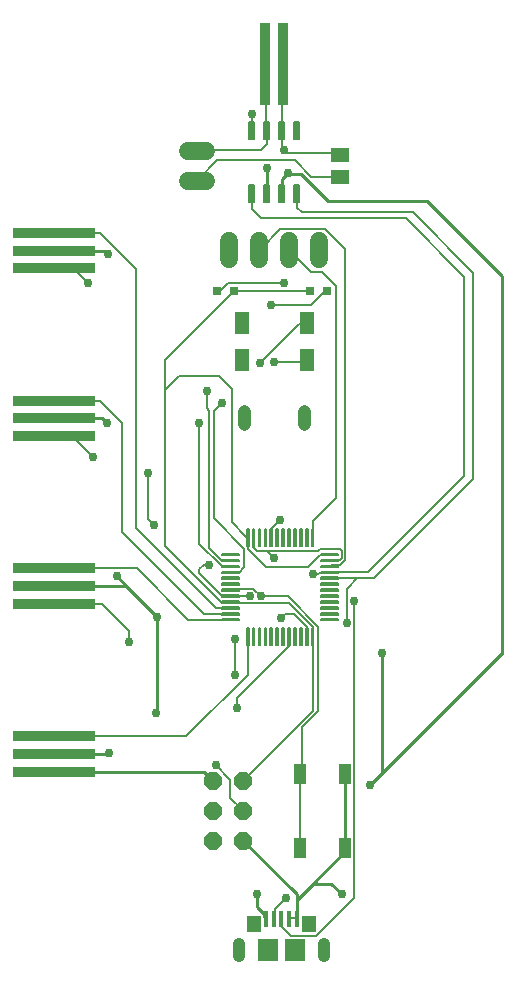
<source format=gbr>
G04 EAGLE Gerber RS-274X export*
G75*
%MOMM*%
%FSLAX34Y34*%
%LPD*%
%INTop Copper*%
%IPPOS*%
%AMOC8*
5,1,8,0,0,1.08239X$1,22.5*%
G01*
%ADD10R,0.850000X7.000000*%
%ADD11R,0.400000X1.400000*%
%ADD12R,1.750000X1.900000*%
%ADD13R,1.150000X1.450000*%
%ADD14C,1.050000*%
%ADD15C,1.524000*%
%ADD16R,0.800000X0.800000*%
%ADD17P,1.649562X8X292.500000*%
%ADD18R,1.500000X1.300000*%
%ADD19R,1.000000X1.700000*%
%ADD20C,0.140000*%
%ADD21C,0.150000*%
%ADD22R,7.000000X0.850000*%
%ADD23C,1.117600*%
%ADD24R,1.300000X1.900000*%
%ADD25C,0.152400*%
%ADD26C,0.756400*%
%ADD27C,0.254000*%


D10*
X232363Y764200D03*
X217363Y764200D03*
D11*
X217981Y40619D03*
X224481Y40619D03*
X230981Y40619D03*
X237481Y40619D03*
X243981Y40619D03*
D12*
X219731Y14119D03*
X242231Y14119D03*
D13*
X207781Y36419D03*
X254181Y36419D03*
D14*
X195231Y19369D02*
X195231Y8869D01*
X266731Y8869D02*
X266731Y19369D01*
D15*
X166730Y665208D02*
X151490Y665208D01*
X151490Y690608D02*
X166730Y690608D01*
D16*
X176276Y572055D03*
X191276Y572055D03*
X269869Y572055D03*
X254869Y572055D03*
D17*
X173433Y157250D03*
X198833Y157250D03*
X173433Y131850D03*
X198833Y131850D03*
X173433Y106450D03*
X198833Y106450D03*
D15*
X186763Y599489D02*
X186763Y614729D01*
X212163Y614729D02*
X212163Y599489D01*
X237563Y599489D02*
X237563Y614729D01*
X262963Y614729D02*
X262963Y599489D01*
D18*
X280616Y668408D03*
X280616Y687408D03*
D19*
X246957Y100350D03*
X284957Y100350D03*
X246957Y163350D03*
X284957Y163350D03*
D20*
X195238Y348218D02*
X195238Y349618D01*
X195238Y348218D02*
X181038Y348218D01*
X181038Y349618D01*
X195238Y349618D01*
X195238Y349548D02*
X181038Y349548D01*
X195238Y344618D02*
X195238Y343218D01*
X181038Y343218D01*
X181038Y344618D01*
X195238Y344618D01*
X195238Y344548D02*
X181038Y344548D01*
X195238Y339618D02*
X195238Y338218D01*
X181038Y338218D01*
X181038Y339618D01*
X195238Y339618D01*
X195238Y339548D02*
X181038Y339548D01*
X195238Y334618D02*
X195238Y333218D01*
X181038Y333218D01*
X181038Y334618D01*
X195238Y334618D01*
X195238Y334548D02*
X181038Y334548D01*
X195238Y329618D02*
X195238Y328218D01*
X181038Y328218D01*
X181038Y329618D01*
X195238Y329618D01*
X195238Y329548D02*
X181038Y329548D01*
X195238Y324618D02*
X195238Y323218D01*
X181038Y323218D01*
X181038Y324618D01*
X195238Y324618D01*
X195238Y324548D02*
X181038Y324548D01*
X195238Y319618D02*
X195238Y318218D01*
X181038Y318218D01*
X181038Y319618D01*
X195238Y319618D01*
X195238Y319548D02*
X181038Y319548D01*
X195238Y314618D02*
X195238Y313218D01*
X181038Y313218D01*
X181038Y314618D01*
X195238Y314618D01*
X195238Y314548D02*
X181038Y314548D01*
X195238Y309618D02*
X195238Y308218D01*
X181038Y308218D01*
X181038Y309618D01*
X195238Y309618D01*
X195238Y309548D02*
X181038Y309548D01*
X195238Y304618D02*
X195238Y303218D01*
X181038Y303218D01*
X181038Y304618D01*
X195238Y304618D01*
X195238Y304548D02*
X181038Y304548D01*
X195238Y299618D02*
X195238Y298218D01*
X181038Y298218D01*
X181038Y299618D01*
X195238Y299618D01*
X195238Y299548D02*
X181038Y299548D01*
X195238Y294618D02*
X195238Y293218D01*
X181038Y293218D01*
X181038Y294618D01*
X195238Y294618D01*
X195238Y294548D02*
X181038Y294548D01*
X201738Y272518D02*
X203138Y272518D01*
X201738Y272518D02*
X201738Y286718D01*
X203138Y286718D01*
X203138Y272518D01*
X203138Y273848D02*
X201738Y273848D01*
X201738Y275178D02*
X203138Y275178D01*
X203138Y276508D02*
X201738Y276508D01*
X201738Y277838D02*
X203138Y277838D01*
X203138Y279168D02*
X201738Y279168D01*
X201738Y280498D02*
X203138Y280498D01*
X203138Y281828D02*
X201738Y281828D01*
X201738Y283158D02*
X203138Y283158D01*
X203138Y284488D02*
X201738Y284488D01*
X201738Y285818D02*
X203138Y285818D01*
X206738Y272518D02*
X208138Y272518D01*
X206738Y272518D02*
X206738Y286718D01*
X208138Y286718D01*
X208138Y272518D01*
X208138Y273848D02*
X206738Y273848D01*
X206738Y275178D02*
X208138Y275178D01*
X208138Y276508D02*
X206738Y276508D01*
X206738Y277838D02*
X208138Y277838D01*
X208138Y279168D02*
X206738Y279168D01*
X206738Y280498D02*
X208138Y280498D01*
X208138Y281828D02*
X206738Y281828D01*
X206738Y283158D02*
X208138Y283158D01*
X208138Y284488D02*
X206738Y284488D01*
X206738Y285818D02*
X208138Y285818D01*
X211738Y272518D02*
X213138Y272518D01*
X211738Y272518D02*
X211738Y286718D01*
X213138Y286718D01*
X213138Y272518D01*
X213138Y273848D02*
X211738Y273848D01*
X211738Y275178D02*
X213138Y275178D01*
X213138Y276508D02*
X211738Y276508D01*
X211738Y277838D02*
X213138Y277838D01*
X213138Y279168D02*
X211738Y279168D01*
X211738Y280498D02*
X213138Y280498D01*
X213138Y281828D02*
X211738Y281828D01*
X211738Y283158D02*
X213138Y283158D01*
X213138Y284488D02*
X211738Y284488D01*
X211738Y285818D02*
X213138Y285818D01*
X216738Y272518D02*
X218138Y272518D01*
X216738Y272518D02*
X216738Y286718D01*
X218138Y286718D01*
X218138Y272518D01*
X218138Y273848D02*
X216738Y273848D01*
X216738Y275178D02*
X218138Y275178D01*
X218138Y276508D02*
X216738Y276508D01*
X216738Y277838D02*
X218138Y277838D01*
X218138Y279168D02*
X216738Y279168D01*
X216738Y280498D02*
X218138Y280498D01*
X218138Y281828D02*
X216738Y281828D01*
X216738Y283158D02*
X218138Y283158D01*
X218138Y284488D02*
X216738Y284488D01*
X216738Y285818D02*
X218138Y285818D01*
X221738Y272518D02*
X223138Y272518D01*
X221738Y272518D02*
X221738Y286718D01*
X223138Y286718D01*
X223138Y272518D01*
X223138Y273848D02*
X221738Y273848D01*
X221738Y275178D02*
X223138Y275178D01*
X223138Y276508D02*
X221738Y276508D01*
X221738Y277838D02*
X223138Y277838D01*
X223138Y279168D02*
X221738Y279168D01*
X221738Y280498D02*
X223138Y280498D01*
X223138Y281828D02*
X221738Y281828D01*
X221738Y283158D02*
X223138Y283158D01*
X223138Y284488D02*
X221738Y284488D01*
X221738Y285818D02*
X223138Y285818D01*
X226738Y272518D02*
X228138Y272518D01*
X226738Y272518D02*
X226738Y286718D01*
X228138Y286718D01*
X228138Y272518D01*
X228138Y273848D02*
X226738Y273848D01*
X226738Y275178D02*
X228138Y275178D01*
X228138Y276508D02*
X226738Y276508D01*
X226738Y277838D02*
X228138Y277838D01*
X228138Y279168D02*
X226738Y279168D01*
X226738Y280498D02*
X228138Y280498D01*
X228138Y281828D02*
X226738Y281828D01*
X226738Y283158D02*
X228138Y283158D01*
X228138Y284488D02*
X226738Y284488D01*
X226738Y285818D02*
X228138Y285818D01*
X231738Y272518D02*
X233138Y272518D01*
X231738Y272518D02*
X231738Y286718D01*
X233138Y286718D01*
X233138Y272518D01*
X233138Y273848D02*
X231738Y273848D01*
X231738Y275178D02*
X233138Y275178D01*
X233138Y276508D02*
X231738Y276508D01*
X231738Y277838D02*
X233138Y277838D01*
X233138Y279168D02*
X231738Y279168D01*
X231738Y280498D02*
X233138Y280498D01*
X233138Y281828D02*
X231738Y281828D01*
X231738Y283158D02*
X233138Y283158D01*
X233138Y284488D02*
X231738Y284488D01*
X231738Y285818D02*
X233138Y285818D01*
X236738Y272518D02*
X238138Y272518D01*
X236738Y272518D02*
X236738Y286718D01*
X238138Y286718D01*
X238138Y272518D01*
X238138Y273848D02*
X236738Y273848D01*
X236738Y275178D02*
X238138Y275178D01*
X238138Y276508D02*
X236738Y276508D01*
X236738Y277838D02*
X238138Y277838D01*
X238138Y279168D02*
X236738Y279168D01*
X236738Y280498D02*
X238138Y280498D01*
X238138Y281828D02*
X236738Y281828D01*
X236738Y283158D02*
X238138Y283158D01*
X238138Y284488D02*
X236738Y284488D01*
X236738Y285818D02*
X238138Y285818D01*
X241738Y272518D02*
X243138Y272518D01*
X241738Y272518D02*
X241738Y286718D01*
X243138Y286718D01*
X243138Y272518D01*
X243138Y273848D02*
X241738Y273848D01*
X241738Y275178D02*
X243138Y275178D01*
X243138Y276508D02*
X241738Y276508D01*
X241738Y277838D02*
X243138Y277838D01*
X243138Y279168D02*
X241738Y279168D01*
X241738Y280498D02*
X243138Y280498D01*
X243138Y281828D02*
X241738Y281828D01*
X241738Y283158D02*
X243138Y283158D01*
X243138Y284488D02*
X241738Y284488D01*
X241738Y285818D02*
X243138Y285818D01*
X246738Y272518D02*
X248138Y272518D01*
X246738Y272518D02*
X246738Y286718D01*
X248138Y286718D01*
X248138Y272518D01*
X248138Y273848D02*
X246738Y273848D01*
X246738Y275178D02*
X248138Y275178D01*
X248138Y276508D02*
X246738Y276508D01*
X246738Y277838D02*
X248138Y277838D01*
X248138Y279168D02*
X246738Y279168D01*
X246738Y280498D02*
X248138Y280498D01*
X248138Y281828D02*
X246738Y281828D01*
X246738Y283158D02*
X248138Y283158D01*
X248138Y284488D02*
X246738Y284488D01*
X246738Y285818D02*
X248138Y285818D01*
X251738Y272518D02*
X253138Y272518D01*
X251738Y272518D02*
X251738Y286718D01*
X253138Y286718D01*
X253138Y272518D01*
X253138Y273848D02*
X251738Y273848D01*
X251738Y275178D02*
X253138Y275178D01*
X253138Y276508D02*
X251738Y276508D01*
X251738Y277838D02*
X253138Y277838D01*
X253138Y279168D02*
X251738Y279168D01*
X251738Y280498D02*
X253138Y280498D01*
X253138Y281828D02*
X251738Y281828D01*
X251738Y283158D02*
X253138Y283158D01*
X253138Y284488D02*
X251738Y284488D01*
X251738Y285818D02*
X253138Y285818D01*
X256738Y272518D02*
X258138Y272518D01*
X256738Y272518D02*
X256738Y286718D01*
X258138Y286718D01*
X258138Y272518D01*
X258138Y273848D02*
X256738Y273848D01*
X256738Y275178D02*
X258138Y275178D01*
X258138Y276508D02*
X256738Y276508D01*
X256738Y277838D02*
X258138Y277838D01*
X258138Y279168D02*
X256738Y279168D01*
X256738Y280498D02*
X258138Y280498D01*
X258138Y281828D02*
X256738Y281828D01*
X256738Y283158D02*
X258138Y283158D01*
X258138Y284488D02*
X256738Y284488D01*
X256738Y285818D02*
X258138Y285818D01*
X278838Y293218D02*
X278838Y294618D01*
X278838Y293218D02*
X264638Y293218D01*
X264638Y294618D01*
X278838Y294618D01*
X278838Y294548D02*
X264638Y294548D01*
X278838Y298218D02*
X278838Y299618D01*
X278838Y298218D02*
X264638Y298218D01*
X264638Y299618D01*
X278838Y299618D01*
X278838Y299548D02*
X264638Y299548D01*
X278838Y303218D02*
X278838Y304618D01*
X278838Y303218D02*
X264638Y303218D01*
X264638Y304618D01*
X278838Y304618D01*
X278838Y304548D02*
X264638Y304548D01*
X278838Y308218D02*
X278838Y309618D01*
X278838Y308218D02*
X264638Y308218D01*
X264638Y309618D01*
X278838Y309618D01*
X278838Y309548D02*
X264638Y309548D01*
X278838Y313218D02*
X278838Y314618D01*
X278838Y313218D02*
X264638Y313218D01*
X264638Y314618D01*
X278838Y314618D01*
X278838Y314548D02*
X264638Y314548D01*
X278838Y318218D02*
X278838Y319618D01*
X278838Y318218D02*
X264638Y318218D01*
X264638Y319618D01*
X278838Y319618D01*
X278838Y319548D02*
X264638Y319548D01*
X278838Y323218D02*
X278838Y324618D01*
X278838Y323218D02*
X264638Y323218D01*
X264638Y324618D01*
X278838Y324618D01*
X278838Y324548D02*
X264638Y324548D01*
X278838Y328218D02*
X278838Y329618D01*
X278838Y328218D02*
X264638Y328218D01*
X264638Y329618D01*
X278838Y329618D01*
X278838Y329548D02*
X264638Y329548D01*
X278838Y333218D02*
X278838Y334618D01*
X278838Y333218D02*
X264638Y333218D01*
X264638Y334618D01*
X278838Y334618D01*
X278838Y334548D02*
X264638Y334548D01*
X278838Y338218D02*
X278838Y339618D01*
X278838Y338218D02*
X264638Y338218D01*
X264638Y339618D01*
X278838Y339618D01*
X278838Y339548D02*
X264638Y339548D01*
X278838Y343218D02*
X278838Y344618D01*
X278838Y343218D02*
X264638Y343218D01*
X264638Y344618D01*
X278838Y344618D01*
X278838Y344548D02*
X264638Y344548D01*
X278838Y348218D02*
X278838Y349618D01*
X278838Y348218D02*
X264638Y348218D01*
X264638Y349618D01*
X278838Y349618D01*
X278838Y349548D02*
X264638Y349548D01*
X258138Y356118D02*
X256738Y356118D01*
X256738Y370318D01*
X258138Y370318D01*
X258138Y356118D01*
X258138Y357448D02*
X256738Y357448D01*
X256738Y358778D02*
X258138Y358778D01*
X258138Y360108D02*
X256738Y360108D01*
X256738Y361438D02*
X258138Y361438D01*
X258138Y362768D02*
X256738Y362768D01*
X256738Y364098D02*
X258138Y364098D01*
X258138Y365428D02*
X256738Y365428D01*
X256738Y366758D02*
X258138Y366758D01*
X258138Y368088D02*
X256738Y368088D01*
X256738Y369418D02*
X258138Y369418D01*
X253138Y356118D02*
X251738Y356118D01*
X251738Y370318D01*
X253138Y370318D01*
X253138Y356118D01*
X253138Y357448D02*
X251738Y357448D01*
X251738Y358778D02*
X253138Y358778D01*
X253138Y360108D02*
X251738Y360108D01*
X251738Y361438D02*
X253138Y361438D01*
X253138Y362768D02*
X251738Y362768D01*
X251738Y364098D02*
X253138Y364098D01*
X253138Y365428D02*
X251738Y365428D01*
X251738Y366758D02*
X253138Y366758D01*
X253138Y368088D02*
X251738Y368088D01*
X251738Y369418D02*
X253138Y369418D01*
X248138Y356118D02*
X246738Y356118D01*
X246738Y370318D01*
X248138Y370318D01*
X248138Y356118D01*
X248138Y357448D02*
X246738Y357448D01*
X246738Y358778D02*
X248138Y358778D01*
X248138Y360108D02*
X246738Y360108D01*
X246738Y361438D02*
X248138Y361438D01*
X248138Y362768D02*
X246738Y362768D01*
X246738Y364098D02*
X248138Y364098D01*
X248138Y365428D02*
X246738Y365428D01*
X246738Y366758D02*
X248138Y366758D01*
X248138Y368088D02*
X246738Y368088D01*
X246738Y369418D02*
X248138Y369418D01*
X243138Y356118D02*
X241738Y356118D01*
X241738Y370318D01*
X243138Y370318D01*
X243138Y356118D01*
X243138Y357448D02*
X241738Y357448D01*
X241738Y358778D02*
X243138Y358778D01*
X243138Y360108D02*
X241738Y360108D01*
X241738Y361438D02*
X243138Y361438D01*
X243138Y362768D02*
X241738Y362768D01*
X241738Y364098D02*
X243138Y364098D01*
X243138Y365428D02*
X241738Y365428D01*
X241738Y366758D02*
X243138Y366758D01*
X243138Y368088D02*
X241738Y368088D01*
X241738Y369418D02*
X243138Y369418D01*
X238138Y356118D02*
X236738Y356118D01*
X236738Y370318D01*
X238138Y370318D01*
X238138Y356118D01*
X238138Y357448D02*
X236738Y357448D01*
X236738Y358778D02*
X238138Y358778D01*
X238138Y360108D02*
X236738Y360108D01*
X236738Y361438D02*
X238138Y361438D01*
X238138Y362768D02*
X236738Y362768D01*
X236738Y364098D02*
X238138Y364098D01*
X238138Y365428D02*
X236738Y365428D01*
X236738Y366758D02*
X238138Y366758D01*
X238138Y368088D02*
X236738Y368088D01*
X236738Y369418D02*
X238138Y369418D01*
X233138Y356118D02*
X231738Y356118D01*
X231738Y370318D01*
X233138Y370318D01*
X233138Y356118D01*
X233138Y357448D02*
X231738Y357448D01*
X231738Y358778D02*
X233138Y358778D01*
X233138Y360108D02*
X231738Y360108D01*
X231738Y361438D02*
X233138Y361438D01*
X233138Y362768D02*
X231738Y362768D01*
X231738Y364098D02*
X233138Y364098D01*
X233138Y365428D02*
X231738Y365428D01*
X231738Y366758D02*
X233138Y366758D01*
X233138Y368088D02*
X231738Y368088D01*
X231738Y369418D02*
X233138Y369418D01*
X228138Y356118D02*
X226738Y356118D01*
X226738Y370318D01*
X228138Y370318D01*
X228138Y356118D01*
X228138Y357448D02*
X226738Y357448D01*
X226738Y358778D02*
X228138Y358778D01*
X228138Y360108D02*
X226738Y360108D01*
X226738Y361438D02*
X228138Y361438D01*
X228138Y362768D02*
X226738Y362768D01*
X226738Y364098D02*
X228138Y364098D01*
X228138Y365428D02*
X226738Y365428D01*
X226738Y366758D02*
X228138Y366758D01*
X228138Y368088D02*
X226738Y368088D01*
X226738Y369418D02*
X228138Y369418D01*
X223138Y356118D02*
X221738Y356118D01*
X221738Y370318D01*
X223138Y370318D01*
X223138Y356118D01*
X223138Y357448D02*
X221738Y357448D01*
X221738Y358778D02*
X223138Y358778D01*
X223138Y360108D02*
X221738Y360108D01*
X221738Y361438D02*
X223138Y361438D01*
X223138Y362768D02*
X221738Y362768D01*
X221738Y364098D02*
X223138Y364098D01*
X223138Y365428D02*
X221738Y365428D01*
X221738Y366758D02*
X223138Y366758D01*
X223138Y368088D02*
X221738Y368088D01*
X221738Y369418D02*
X223138Y369418D01*
X218138Y356118D02*
X216738Y356118D01*
X216738Y370318D01*
X218138Y370318D01*
X218138Y356118D01*
X218138Y357448D02*
X216738Y357448D01*
X216738Y358778D02*
X218138Y358778D01*
X218138Y360108D02*
X216738Y360108D01*
X216738Y361438D02*
X218138Y361438D01*
X218138Y362768D02*
X216738Y362768D01*
X216738Y364098D02*
X218138Y364098D01*
X218138Y365428D02*
X216738Y365428D01*
X216738Y366758D02*
X218138Y366758D01*
X218138Y368088D02*
X216738Y368088D01*
X216738Y369418D02*
X218138Y369418D01*
X213138Y356118D02*
X211738Y356118D01*
X211738Y370318D01*
X213138Y370318D01*
X213138Y356118D01*
X213138Y357448D02*
X211738Y357448D01*
X211738Y358778D02*
X213138Y358778D01*
X213138Y360108D02*
X211738Y360108D01*
X211738Y361438D02*
X213138Y361438D01*
X213138Y362768D02*
X211738Y362768D01*
X211738Y364098D02*
X213138Y364098D01*
X213138Y365428D02*
X211738Y365428D01*
X211738Y366758D02*
X213138Y366758D01*
X213138Y368088D02*
X211738Y368088D01*
X211738Y369418D02*
X213138Y369418D01*
X208138Y356118D02*
X206738Y356118D01*
X206738Y370318D01*
X208138Y370318D01*
X208138Y356118D01*
X208138Y357448D02*
X206738Y357448D01*
X206738Y358778D02*
X208138Y358778D01*
X208138Y360108D02*
X206738Y360108D01*
X206738Y361438D02*
X208138Y361438D01*
X208138Y362768D02*
X206738Y362768D01*
X206738Y364098D02*
X208138Y364098D01*
X208138Y365428D02*
X206738Y365428D01*
X206738Y366758D02*
X208138Y366758D01*
X208138Y368088D02*
X206738Y368088D01*
X206738Y369418D02*
X208138Y369418D01*
X203138Y356118D02*
X201738Y356118D01*
X201738Y370318D01*
X203138Y370318D01*
X203138Y356118D01*
X203138Y357448D02*
X201738Y357448D01*
X201738Y358778D02*
X203138Y358778D01*
X203138Y360108D02*
X201738Y360108D01*
X201738Y361438D02*
X203138Y361438D01*
X203138Y362768D02*
X201738Y362768D01*
X201738Y364098D02*
X203138Y364098D01*
X203138Y365428D02*
X201738Y365428D01*
X201738Y366758D02*
X203138Y366758D01*
X203138Y368088D02*
X201738Y368088D01*
X201738Y369418D02*
X203138Y369418D01*
D21*
X208063Y647633D02*
X208063Y661933D01*
X208063Y647633D02*
X203563Y647633D01*
X203563Y661933D01*
X208063Y661933D01*
X208063Y649058D02*
X203563Y649058D01*
X203563Y650483D02*
X208063Y650483D01*
X208063Y651908D02*
X203563Y651908D01*
X203563Y653333D02*
X208063Y653333D01*
X208063Y654758D02*
X203563Y654758D01*
X203563Y656183D02*
X208063Y656183D01*
X208063Y657608D02*
X203563Y657608D01*
X203563Y659033D02*
X208063Y659033D01*
X208063Y660458D02*
X203563Y660458D01*
X203563Y661883D02*
X208063Y661883D01*
X220763Y661933D02*
X220763Y647633D01*
X216263Y647633D01*
X216263Y661933D01*
X220763Y661933D01*
X220763Y649058D02*
X216263Y649058D01*
X216263Y650483D02*
X220763Y650483D01*
X220763Y651908D02*
X216263Y651908D01*
X216263Y653333D02*
X220763Y653333D01*
X220763Y654758D02*
X216263Y654758D01*
X216263Y656183D02*
X220763Y656183D01*
X220763Y657608D02*
X216263Y657608D01*
X216263Y659033D02*
X220763Y659033D01*
X220763Y660458D02*
X216263Y660458D01*
X216263Y661883D02*
X220763Y661883D01*
X233463Y661933D02*
X233463Y647633D01*
X228963Y647633D01*
X228963Y661933D01*
X233463Y661933D01*
X233463Y649058D02*
X228963Y649058D01*
X228963Y650483D02*
X233463Y650483D01*
X233463Y651908D02*
X228963Y651908D01*
X228963Y653333D02*
X233463Y653333D01*
X233463Y654758D02*
X228963Y654758D01*
X228963Y656183D02*
X233463Y656183D01*
X233463Y657608D02*
X228963Y657608D01*
X228963Y659033D02*
X233463Y659033D01*
X233463Y660458D02*
X228963Y660458D01*
X228963Y661883D02*
X233463Y661883D01*
X246163Y661933D02*
X246163Y647633D01*
X241663Y647633D01*
X241663Y661933D01*
X246163Y661933D01*
X246163Y649058D02*
X241663Y649058D01*
X241663Y650483D02*
X246163Y650483D01*
X246163Y651908D02*
X241663Y651908D01*
X241663Y653333D02*
X246163Y653333D01*
X246163Y654758D02*
X241663Y654758D01*
X241663Y656183D02*
X246163Y656183D01*
X246163Y657608D02*
X241663Y657608D01*
X241663Y659033D02*
X246163Y659033D01*
X246163Y660458D02*
X241663Y660458D01*
X241663Y661883D02*
X246163Y661883D01*
X246163Y701033D02*
X246163Y715333D01*
X246163Y701033D02*
X241663Y701033D01*
X241663Y715333D01*
X246163Y715333D01*
X246163Y702458D02*
X241663Y702458D01*
X241663Y703883D02*
X246163Y703883D01*
X246163Y705308D02*
X241663Y705308D01*
X241663Y706733D02*
X246163Y706733D01*
X246163Y708158D02*
X241663Y708158D01*
X241663Y709583D02*
X246163Y709583D01*
X246163Y711008D02*
X241663Y711008D01*
X241663Y712433D02*
X246163Y712433D01*
X246163Y713858D02*
X241663Y713858D01*
X241663Y715283D02*
X246163Y715283D01*
X233463Y715333D02*
X233463Y701033D01*
X228963Y701033D01*
X228963Y715333D01*
X233463Y715333D01*
X233463Y702458D02*
X228963Y702458D01*
X228963Y703883D02*
X233463Y703883D01*
X233463Y705308D02*
X228963Y705308D01*
X228963Y706733D02*
X233463Y706733D01*
X233463Y708158D02*
X228963Y708158D01*
X228963Y709583D02*
X233463Y709583D01*
X233463Y711008D02*
X228963Y711008D01*
X228963Y712433D02*
X233463Y712433D01*
X233463Y713858D02*
X228963Y713858D01*
X228963Y715283D02*
X233463Y715283D01*
X220763Y715333D02*
X220763Y701033D01*
X216263Y701033D01*
X216263Y715333D01*
X220763Y715333D01*
X220763Y702458D02*
X216263Y702458D01*
X216263Y703883D02*
X220763Y703883D01*
X220763Y705308D02*
X216263Y705308D01*
X216263Y706733D02*
X220763Y706733D01*
X220763Y708158D02*
X216263Y708158D01*
X216263Y709583D02*
X220763Y709583D01*
X220763Y711008D02*
X216263Y711008D01*
X216263Y712433D02*
X220763Y712433D01*
X220763Y713858D02*
X216263Y713858D01*
X216263Y715283D02*
X220763Y715283D01*
X208063Y715333D02*
X208063Y701033D01*
X203563Y701033D01*
X203563Y715333D01*
X208063Y715333D01*
X208063Y702458D02*
X203563Y702458D01*
X203563Y703883D02*
X208063Y703883D01*
X208063Y705308D02*
X203563Y705308D01*
X203563Y706733D02*
X208063Y706733D01*
X208063Y708158D02*
X203563Y708158D01*
X203563Y709583D02*
X208063Y709583D01*
X208063Y711008D02*
X203563Y711008D01*
X203563Y712433D02*
X208063Y712433D01*
X208063Y713858D02*
X203563Y713858D01*
X203563Y715283D02*
X208063Y715283D01*
D22*
X38132Y195299D03*
X38132Y180299D03*
X38132Y165299D03*
X38132Y337299D03*
X38132Y322299D03*
X38132Y307299D03*
X38132Y479298D03*
X38132Y464298D03*
X38132Y449298D03*
X38132Y621298D03*
X38132Y606298D03*
X38132Y591298D03*
D23*
X199463Y470612D02*
X199463Y459436D01*
X250263Y459436D02*
X250263Y470612D01*
D24*
X252363Y545381D03*
X197363Y545381D03*
X197363Y513381D03*
X252363Y513381D03*
D25*
X234696Y57912D02*
X225552Y48768D01*
X225552Y41148D01*
X224481Y40619D01*
D26*
X234696Y57912D03*
D25*
X292608Y57912D02*
X292608Y309372D01*
X292608Y57912D02*
X260604Y25908D01*
X239268Y25908D01*
X231648Y33528D01*
X231648Y39624D01*
X230981Y40619D01*
D26*
X292608Y309372D03*
D25*
X248022Y638702D02*
X341987Y638702D01*
X248022Y638702D02*
X243913Y642811D01*
X243913Y654783D01*
X341987Y638702D02*
X393624Y587065D01*
X393624Y412730D01*
X309812Y328918D02*
X295082Y328918D01*
X295061Y328918D02*
X286512Y328918D01*
X271738Y328918D01*
X309812Y328918D02*
X393624Y412730D01*
X286512Y320369D02*
X286512Y291084D01*
D26*
X286512Y291084D03*
D25*
X286512Y320369D02*
X287218Y321076D01*
X295061Y328918D01*
X295082Y328918D01*
X304335Y333918D02*
X271738Y333918D01*
X385943Y415526D02*
X385943Y584228D01*
X336258Y633914D01*
X213894Y633914D01*
X205813Y641995D01*
X205813Y654783D01*
X385943Y415526D02*
X304335Y333918D01*
X262128Y332232D02*
X257556Y332232D01*
X262128Y332232D02*
X263652Y333756D01*
X271272Y333756D01*
X271738Y333918D01*
D26*
X257556Y332232D03*
X316051Y265907D03*
D27*
X316051Y163784D01*
X305916Y153649D01*
D26*
X305916Y153649D03*
X210170Y61528D03*
D27*
X216325Y42275D02*
X217981Y40619D01*
X216325Y42275D02*
X216325Y44826D01*
X210170Y50981D02*
X210170Y61528D01*
X210170Y50981D02*
X216325Y44826D01*
X417412Y264949D02*
X417412Y585068D01*
X354149Y648330D01*
X247748Y671220D02*
X236220Y671220D01*
X235642Y671220D01*
X231213Y666791D01*
X231213Y654783D01*
X270637Y648330D02*
X354149Y648330D01*
X270637Y648330D02*
X247748Y671220D01*
X417216Y264949D02*
X316051Y163784D01*
X417216Y264949D02*
X417412Y264949D01*
D25*
X236220Y671220D02*
X236220Y672084D01*
D26*
X236220Y672084D03*
D25*
X252363Y513381D02*
X250965Y511984D01*
X225031Y511984D01*
X188080Y338997D02*
X180687Y338997D01*
X161511Y358173D01*
X161511Y460312D01*
X188080Y338997D02*
X188138Y338918D01*
D26*
X225031Y511984D03*
X161511Y460312D03*
D25*
X212862Y511462D02*
X245468Y544068D01*
X251460Y544068D01*
X252363Y545381D01*
X195072Y333756D02*
X188976Y333756D01*
X195072Y333756D02*
X199644Y338328D01*
X199644Y353568D01*
X173552Y379660D01*
X173552Y470347D02*
X180939Y477734D01*
X173552Y470347D02*
X173552Y379660D01*
X188138Y333918D02*
X188976Y333756D01*
D26*
X212862Y511462D03*
X180939Y477734D03*
D25*
X167640Y472733D02*
X167640Y487680D01*
X167640Y472733D02*
X169433Y470940D01*
X169433Y354672D01*
X180083Y344022D01*
X187997Y344022D01*
X188138Y343918D01*
D26*
X167640Y487680D03*
D25*
X176784Y573024D02*
X179832Y573024D01*
X185928Y579120D01*
X233172Y579120D01*
X176784Y573024D02*
X176276Y572055D01*
D26*
X233172Y579120D03*
D25*
X266700Y571500D02*
X269748Y571500D01*
X266700Y571500D02*
X255680Y560480D01*
X221817Y560480D01*
X269748Y571500D02*
X269869Y572055D01*
D26*
X221817Y560480D03*
D25*
X272796Y339852D02*
X280416Y339852D01*
X284988Y344424D01*
X284988Y608076D01*
X268224Y624840D01*
X230124Y624840D01*
X213360Y608076D01*
X272796Y339852D02*
X271738Y338918D01*
X212163Y607109D02*
X213360Y608076D01*
X277368Y576072D02*
X277368Y476033D01*
X277368Y473964D01*
X277368Y576072D02*
X265176Y588264D01*
X256032Y588264D01*
X237744Y606552D01*
X237563Y607109D01*
X257438Y377209D02*
X257438Y363218D01*
X277368Y397138D02*
X277368Y473964D01*
X277368Y397138D02*
X257438Y377209D01*
X175260Y170688D02*
X187452Y158496D01*
X187452Y143256D01*
X198120Y132588D01*
X198833Y131850D01*
D26*
X175260Y170688D03*
D25*
X193548Y219456D02*
X193548Y227594D01*
X237435Y271482D01*
X237435Y279616D01*
X237438Y279618D01*
D26*
X193548Y219456D03*
D25*
X222504Y370332D02*
X230124Y377952D01*
X222504Y370332D02*
X222504Y364236D01*
X222438Y363218D01*
D26*
X230124Y377952D03*
D25*
X246957Y163350D02*
X246957Y100350D01*
X213360Y313944D02*
X207264Y320040D01*
X188976Y320040D01*
X188138Y318918D01*
X192024Y277368D02*
X192024Y246888D01*
X248412Y202692D02*
X248412Y164592D01*
X248412Y202692D02*
X262128Y216408D01*
X262128Y288036D01*
X236220Y313944D01*
X213360Y313944D01*
X248412Y164592D02*
X246957Y163350D01*
D26*
X213360Y313944D03*
X192024Y277368D03*
X192024Y246888D03*
D25*
X205740Y708660D02*
X205740Y722376D01*
X205740Y708660D02*
X205813Y708183D01*
D26*
X205740Y722376D03*
D25*
X231610Y707227D02*
X231648Y707136D01*
X231610Y707227D02*
X231213Y708183D01*
X236523Y688848D02*
X280416Y688848D01*
X236523Y688848D02*
X233613Y691758D01*
X280416Y688848D02*
X280616Y687408D01*
X231648Y708660D02*
X231648Y763524D01*
X231648Y708660D02*
X231213Y708183D01*
X231648Y763524D02*
X232363Y764200D01*
D26*
X233613Y691758D03*
D25*
X231648Y693723D01*
X231648Y707136D01*
X256032Y669036D02*
X280416Y669036D01*
X256032Y669036D02*
X242316Y682752D01*
X176784Y682752D01*
X160020Y665988D01*
X280416Y669036D02*
X280616Y668408D01*
X160020Y665988D02*
X159110Y665208D01*
X217932Y708660D02*
X217932Y763524D01*
X217932Y708660D02*
X218513Y708183D01*
X217932Y763524D02*
X217363Y764200D01*
X214065Y691896D02*
X160020Y691896D01*
X159110Y690608D01*
X218513Y696344D02*
X218513Y708183D01*
X218513Y696344D02*
X214065Y691896D01*
X108093Y371746D02*
X175922Y303918D01*
X188138Y303918D01*
X77744Y621298D02*
X38132Y621298D01*
X77744Y621298D02*
X108093Y590950D01*
X108093Y371746D01*
X77582Y479298D02*
X38132Y479298D01*
X96124Y460756D02*
X96124Y368381D01*
X165587Y298918D01*
X188138Y298918D01*
X96124Y460756D02*
X77582Y479298D01*
X108744Y337299D02*
X38132Y337299D01*
X108744Y337299D02*
X152138Y293904D01*
X188124Y293904D01*
X188138Y293918D01*
X150591Y195299D02*
X38132Y195299D01*
X202438Y247146D02*
X202438Y279618D01*
X202438Y247146D02*
X150591Y195299D01*
D27*
X165384Y165299D02*
X38132Y165299D01*
X165384Y165299D02*
X173433Y157250D01*
D25*
X191276Y572055D02*
X254869Y572055D01*
X79496Y307299D02*
X38132Y307299D01*
X102237Y284558D02*
X102237Y274637D01*
D26*
X102237Y274637D03*
D25*
X102237Y284558D02*
X79496Y307299D01*
X53761Y449298D02*
X38132Y449298D01*
X53761Y449298D02*
X71442Y431618D01*
D26*
X71442Y431618D03*
D25*
X54505Y591298D02*
X38132Y591298D01*
X54505Y591298D02*
X67285Y578518D01*
D26*
X67285Y578518D03*
D25*
X202692Y362712D02*
X202692Y353568D01*
X217533Y338727D01*
X253383Y338727D01*
X263652Y348996D01*
X271272Y348996D01*
X202692Y362712D02*
X202438Y363218D01*
X271272Y348996D02*
X271738Y348918D01*
X178339Y499783D02*
X144166Y499783D01*
X188954Y376450D02*
X201168Y364236D01*
X202438Y363218D01*
X188976Y307848D02*
X237744Y307848D01*
X257556Y288036D01*
X257556Y280416D01*
X188976Y307848D02*
X188138Y308918D01*
X257556Y280416D02*
X257438Y279618D01*
X257556Y278892D02*
X257556Y216408D01*
X199644Y158496D01*
X257556Y278892D02*
X257438Y279618D01*
X199644Y158496D02*
X198833Y157250D01*
X132855Y488472D02*
X144166Y499783D01*
X132855Y488472D02*
X132855Y355883D01*
X179774Y308965D01*
X188068Y308965D01*
X188138Y308918D01*
X132855Y513635D02*
X191276Y572055D01*
X132855Y513635D02*
X132855Y488472D01*
X178339Y499783D02*
X188954Y489167D01*
X188954Y376450D01*
D27*
X243981Y56865D02*
X243981Y40619D01*
X284957Y97841D02*
X284957Y100350D01*
X257422Y70306D02*
X243981Y56865D01*
X257422Y70306D02*
X284957Y97841D01*
X284957Y100350D02*
X284957Y163350D01*
X243981Y61302D02*
X243981Y56865D01*
X243981Y61302D02*
X198833Y106450D01*
X218513Y654783D02*
X218513Y675947D01*
X218692Y676126D01*
D26*
X218692Y676126D03*
D27*
X99619Y322299D02*
X38132Y322299D01*
X99619Y322299D02*
X99712Y322392D01*
X99712Y322392D01*
X125563Y296542D01*
X125563Y214874D02*
X125136Y214447D01*
D26*
X125136Y214447D03*
D27*
X125563Y214874D02*
X125563Y296542D01*
X84837Y180299D02*
X38132Y180299D01*
X84837Y180299D02*
X85287Y180748D01*
D26*
X85287Y180748D03*
D27*
X79437Y464298D02*
X38132Y464298D01*
X79437Y464298D02*
X83665Y460071D01*
D26*
X83665Y460071D03*
X91572Y330497D03*
D27*
X91608Y330497D02*
X99712Y322392D01*
X91608Y330497D02*
X91572Y330497D01*
X81089Y606298D02*
X38132Y606298D01*
X81089Y606298D02*
X83953Y603434D01*
D26*
X83953Y603434D03*
D25*
X207264Y362712D02*
X207264Y355092D01*
X210312Y352044D01*
X219560Y352044D02*
X262128Y352044D01*
X219560Y352044D02*
X210312Y352044D01*
X262128Y352044D02*
X263652Y353568D01*
X280416Y353568D01*
X281940Y352044D01*
X281940Y345948D01*
X280416Y344424D01*
X272796Y344424D01*
X207438Y363218D02*
X207264Y362712D01*
X271738Y343918D02*
X272796Y344424D01*
X204216Y313944D02*
X188976Y313944D01*
X188138Y313918D01*
X219560Y351580D02*
X219560Y352044D01*
X219560Y351580D02*
X225064Y346076D01*
X237744Y41148D02*
X243840Y41148D01*
X237744Y41148D02*
X237481Y40619D01*
X243840Y41148D02*
X243981Y40619D01*
D26*
X204216Y313944D03*
X225064Y346076D03*
X230658Y294985D03*
D25*
X252361Y287761D02*
X252361Y279695D01*
X252438Y279618D01*
X234218Y298545D02*
X230658Y294985D01*
X234218Y298545D02*
X241576Y298545D01*
X252361Y287761D01*
D26*
X125563Y296542D03*
X118210Y417768D03*
D25*
X118210Y379326D01*
X123167Y374369D01*
D26*
X123167Y374369D03*
X169292Y340426D03*
D25*
X165078Y340426D01*
X181058Y313975D02*
X188081Y313975D01*
X188138Y313918D01*
X181058Y313975D02*
X161624Y333410D01*
X161624Y336971D01*
X165078Y340426D01*
D26*
X281931Y61569D03*
D27*
X273195Y70306D01*
X257422Y70306D01*
M02*

</source>
